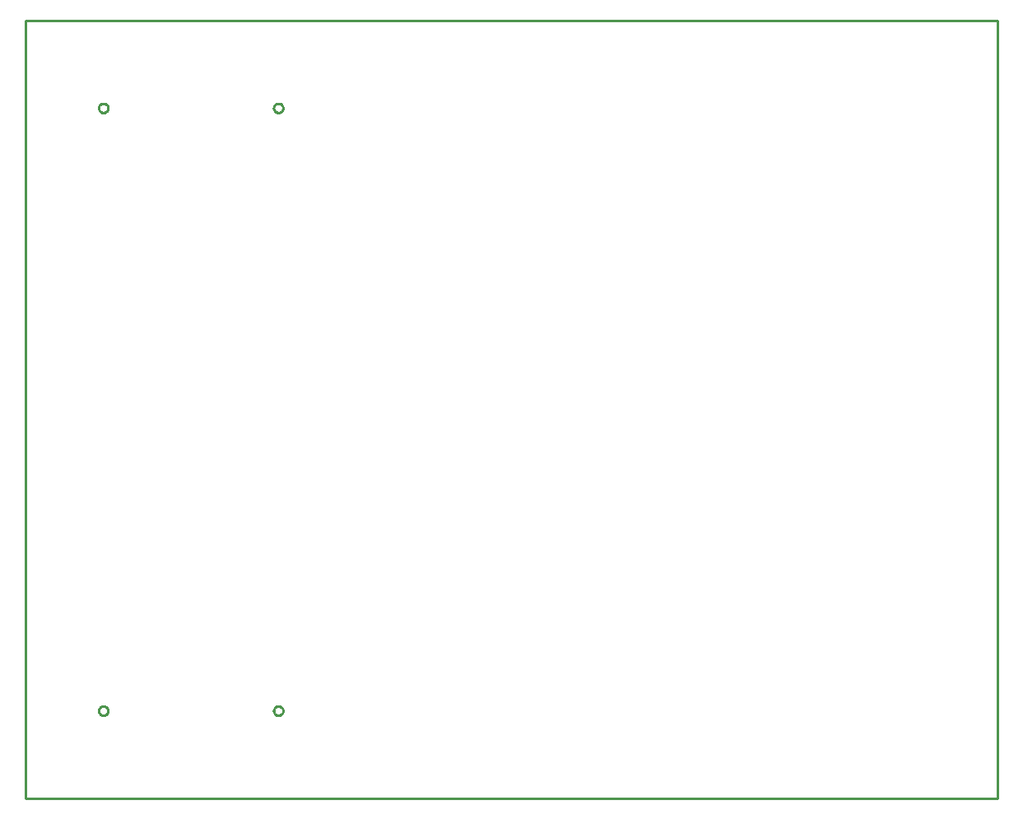
<source format=gbr>
G04 EAGLE Gerber X2 export*
G75*
%MOMM*%
%FSLAX34Y34*%
%LPD*%
%AMOC8*
5,1,8,0,0,1.08239X$1,22.5*%
G01*
%ADD10C,0.254000*%


D10*
X0Y0D02*
X1000000Y0D01*
X1000000Y800000D01*
X0Y800000D01*
X0Y0D01*
X84826Y89729D02*
X84765Y89190D01*
X84645Y88662D01*
X84466Y88150D01*
X84230Y87662D01*
X83942Y87203D01*
X83604Y86779D01*
X83221Y86396D01*
X82797Y86058D01*
X82338Y85770D01*
X81850Y85534D01*
X81338Y85355D01*
X80810Y85235D01*
X80271Y85174D01*
X79729Y85174D01*
X79190Y85235D01*
X78662Y85355D01*
X78150Y85534D01*
X77662Y85770D01*
X77203Y86058D01*
X76779Y86396D01*
X76396Y86779D01*
X76058Y87203D01*
X75770Y87662D01*
X75534Y88150D01*
X75355Y88662D01*
X75235Y89190D01*
X75174Y89729D01*
X75174Y90271D01*
X75235Y90810D01*
X75355Y91338D01*
X75534Y91850D01*
X75770Y92338D01*
X76058Y92797D01*
X76396Y93221D01*
X76779Y93604D01*
X77203Y93942D01*
X77662Y94230D01*
X78150Y94466D01*
X78662Y94645D01*
X79190Y94765D01*
X79729Y94826D01*
X80271Y94826D01*
X80810Y94765D01*
X81338Y94645D01*
X81850Y94466D01*
X82338Y94230D01*
X82797Y93942D01*
X83221Y93604D01*
X83604Y93221D01*
X83942Y92797D01*
X84230Y92338D01*
X84466Y91850D01*
X84645Y91338D01*
X84765Y90810D01*
X84826Y90271D01*
X84826Y89729D01*
X264826Y89729D02*
X264765Y89190D01*
X264645Y88662D01*
X264466Y88150D01*
X264230Y87662D01*
X263942Y87203D01*
X263604Y86779D01*
X263221Y86396D01*
X262797Y86058D01*
X262338Y85770D01*
X261850Y85534D01*
X261338Y85355D01*
X260810Y85235D01*
X260271Y85174D01*
X259729Y85174D01*
X259190Y85235D01*
X258662Y85355D01*
X258150Y85534D01*
X257662Y85770D01*
X257203Y86058D01*
X256779Y86396D01*
X256396Y86779D01*
X256058Y87203D01*
X255770Y87662D01*
X255534Y88150D01*
X255355Y88662D01*
X255235Y89190D01*
X255174Y89729D01*
X255174Y90271D01*
X255235Y90810D01*
X255355Y91338D01*
X255534Y91850D01*
X255770Y92338D01*
X256058Y92797D01*
X256396Y93221D01*
X256779Y93604D01*
X257203Y93942D01*
X257662Y94230D01*
X258150Y94466D01*
X258662Y94645D01*
X259190Y94765D01*
X259729Y94826D01*
X260271Y94826D01*
X260810Y94765D01*
X261338Y94645D01*
X261850Y94466D01*
X262338Y94230D01*
X262797Y93942D01*
X263221Y93604D01*
X263604Y93221D01*
X263942Y92797D01*
X264230Y92338D01*
X264466Y91850D01*
X264645Y91338D01*
X264765Y90810D01*
X264826Y90271D01*
X264826Y89729D01*
X84826Y709729D02*
X84765Y709190D01*
X84645Y708662D01*
X84466Y708150D01*
X84230Y707662D01*
X83942Y707203D01*
X83604Y706779D01*
X83221Y706396D01*
X82797Y706058D01*
X82338Y705770D01*
X81850Y705534D01*
X81338Y705355D01*
X80810Y705235D01*
X80271Y705174D01*
X79729Y705174D01*
X79190Y705235D01*
X78662Y705355D01*
X78150Y705534D01*
X77662Y705770D01*
X77203Y706058D01*
X76779Y706396D01*
X76396Y706779D01*
X76058Y707203D01*
X75770Y707662D01*
X75534Y708150D01*
X75355Y708662D01*
X75235Y709190D01*
X75174Y709729D01*
X75174Y710271D01*
X75235Y710810D01*
X75355Y711338D01*
X75534Y711850D01*
X75770Y712338D01*
X76058Y712797D01*
X76396Y713221D01*
X76779Y713604D01*
X77203Y713942D01*
X77662Y714230D01*
X78150Y714466D01*
X78662Y714645D01*
X79190Y714765D01*
X79729Y714826D01*
X80271Y714826D01*
X80810Y714765D01*
X81338Y714645D01*
X81850Y714466D01*
X82338Y714230D01*
X82797Y713942D01*
X83221Y713604D01*
X83604Y713221D01*
X83942Y712797D01*
X84230Y712338D01*
X84466Y711850D01*
X84645Y711338D01*
X84765Y710810D01*
X84826Y710271D01*
X84826Y709729D01*
X264826Y709729D02*
X264765Y709190D01*
X264645Y708662D01*
X264466Y708150D01*
X264230Y707662D01*
X263942Y707203D01*
X263604Y706779D01*
X263221Y706396D01*
X262797Y706058D01*
X262338Y705770D01*
X261850Y705534D01*
X261338Y705355D01*
X260810Y705235D01*
X260271Y705174D01*
X259729Y705174D01*
X259190Y705235D01*
X258662Y705355D01*
X258150Y705534D01*
X257662Y705770D01*
X257203Y706058D01*
X256779Y706396D01*
X256396Y706779D01*
X256058Y707203D01*
X255770Y707662D01*
X255534Y708150D01*
X255355Y708662D01*
X255235Y709190D01*
X255174Y709729D01*
X255174Y710271D01*
X255235Y710810D01*
X255355Y711338D01*
X255534Y711850D01*
X255770Y712338D01*
X256058Y712797D01*
X256396Y713221D01*
X256779Y713604D01*
X257203Y713942D01*
X257662Y714230D01*
X258150Y714466D01*
X258662Y714645D01*
X259190Y714765D01*
X259729Y714826D01*
X260271Y714826D01*
X260810Y714765D01*
X261338Y714645D01*
X261850Y714466D01*
X262338Y714230D01*
X262797Y713942D01*
X263221Y713604D01*
X263604Y713221D01*
X263942Y712797D01*
X264230Y712338D01*
X264466Y711850D01*
X264645Y711338D01*
X264765Y710810D01*
X264826Y710271D01*
X264826Y709729D01*
M02*

</source>
